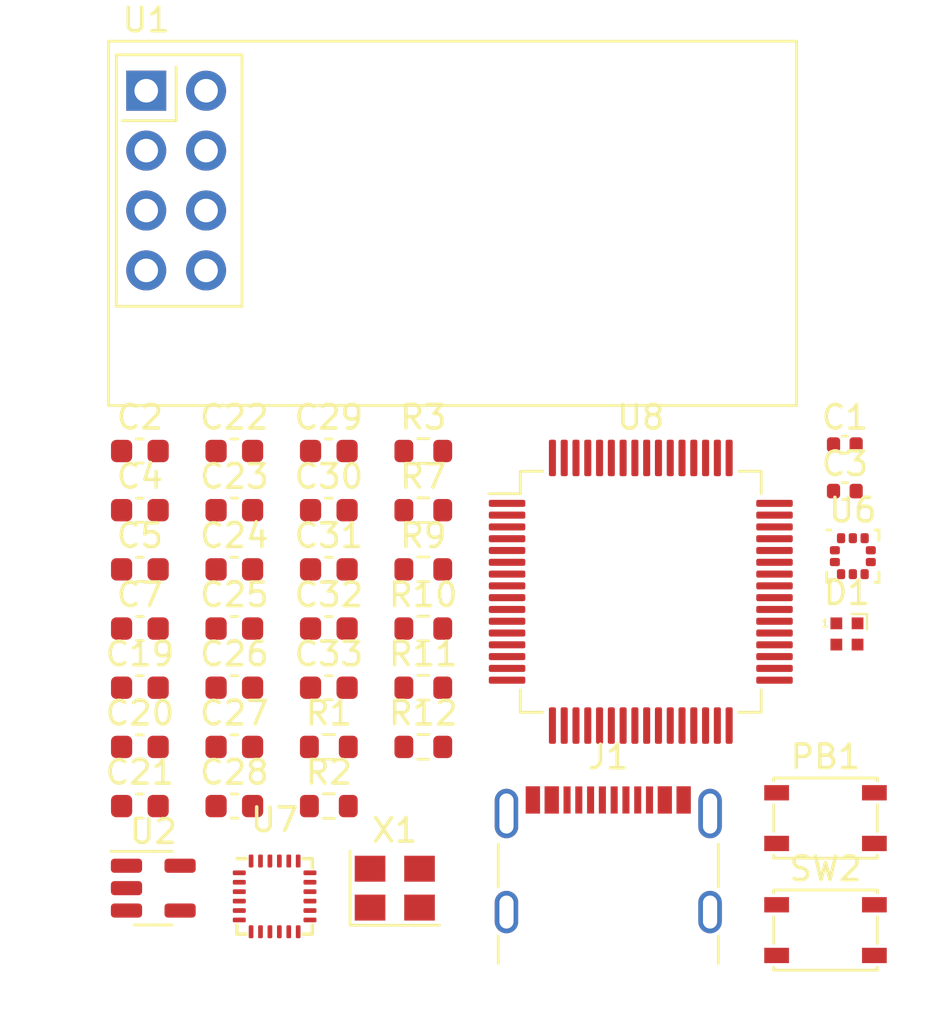
<source format=kicad_pcb>
(kicad_pcb (version 20221018) (generator pcbnew)
  (layers (0 "F.Cu" signal) (31 "B.Cu" signal) (34 "B.Paste" user) (35 "F.Paste" user) (36 "B.SilkS" user "B.Silkscreen") (37 "F.SilkS" user "F.Silkscreen") (38 "B.Mask" user) (39 "F.Mask" user) (44 "Edge.Cuts" user))
  (net 0 "")
  (net 1 "GND")
  (net 2 "/XOUT")
  (net 3 "+5V")
  (net 4 "/XIN")
  (net 5 "+3V3")
  (net 6 "VDD")
  (net 11 "VDDA")
  (net 12 "Net-(U6-VDD)")
  (net 13 "Net-(U7-REGOUT)")
  (net 14 "Net-(D1-RK)")
  (net 15 "Net-(D1-GK)")
  (net 16 "Net-(D1-BK)")
  (net 17 "Net-(J1-CC1)")
  (net 18 "/USB_P")
  (net 19 "/USB_N")
  (net 21 "Net-(J1-CC2)")
  (net 23 "Net-(J1-SHIELD)")
  (net 24 "Net-(PB1-Pad2)")
  (net 25 "Net-(R7-Pad2)")
  (net 26 "/GPIO8")
  (net 27 "/GPIO9")
  (net 28 "/GPIO10")
  (net 29 "/NRF_CE")
  (net 30 "/NF_~{CSN}")
  (net 31 "/SCK")
  (net 32 "/MOSI")
  (net 33 "/MISO")
  (net 34 "/NRF_IRQ")
  (net 36 "/SCL")
  (net 37 "/SDA")
  (net 38 "/INT_DRDY")
  (net 64 "/ADC0")
  (net 65 "/ADC1")
  (net 77 "/TIM8_CH1")
  (net 84 "/USP_N")
  (net 85 "/USP_P")
  (net 88 "/UART4_RX")
  (net 89 "/UART4_TX")
  (footprint "Package_TO_SOT_SMD:SOT-23-5" (layer "F.Cu") (at 142.595 107.445)
    (fp_text reference "U2" (at 0 -2.4) (layer "F.SilkS"))
    (fp_text value "LP2980IM5X-3.3")
    (fp_line (start 0 -1.56) (end -1.8 -1.56) (stroke (width 0.12)) (layer "F.SilkS"))
    (fp_line (start 0 -1.56) (end 0.8 -1.56) (stroke (width 0.12)) (layer "F.SilkS"))
    (fp_line (start 0 1.56) (end -0.8 1.56) (stroke (width 0.12)) (layer "F.SilkS"))
    (fp_line (start 0 1.56) (end 0.8 1.56) (stroke (width 0.12)) (layer "F.SilkS"))
    (pad "1" smd roundrect (at -1.1375 -0.95) (size 1.325 0.6) (layers "F.Cu" "F.Paste" "F.Mask") (net 3 "+5V"))
    (pad "2" smd roundrect (at -1.1375 0) (size 1.325 0.6) (layers "F.Cu" "F.Paste" "F.Mask") (net 1 "GND"))
    (pad "3" smd roundrect (at -1.1375 0.95) (size 1.325 0.6) (layers "F.Cu" "F.Paste" "F.Mask") (net 3 "+5V"))
    (pad "4" smd roundrect (at 1.1375 0.95) (size 1.325 0.6) (layers "F.Cu" "F.Paste" "F.Mask"))
    (pad "5" smd roundrect (at 1.1375 -0.95) (size 1.325 0.6) (layers "F.Cu" "F.Paste" "F.Mask") (net 5 "+3V3"))
  )
  (footprint "Resistor_SMD:R_0603_1608Metric" (layer "F.Cu") (at 154.055 101.455)
    (fp_text reference "R12" (at 0 -1.43) (layer "F.SilkS"))
    (fp_text value "2k2")
    (fp_line (start -0.237258 -0.5225) (end 0.237258 -0.5225) (stroke (width 0.12)) (layer "F.SilkS"))
    (fp_line (start -0.237258 0.5225) (end 0.237258 0.5225) (stroke (width 0.12)) (layer "F.SilkS"))
    (pad "1" smd roundrect (at -0.825 0) (size 0.8 0.95) (layers "F.Cu" "F.Paste" "F.Mask") (net 14 "Net-(D1-RK)"))
    (pad "2" smd roundrect (at 0.825 0) (size 0.8 0.95) (layers "F.Cu" "F.Paste" "F.Mask") (net 28 "/GPIO10"))
  )
  (footprint "Capacitor_SMD:C_0603_1608Metric" (layer "F.Cu") (at 150.045 96.435)
    (fp_text reference "C32" (at 0 -1.43) (layer "F.SilkS"))
    (fp_text value "100n")
    (fp_line (start -0.14058 -0.51) (end 0.14058 -0.51) (stroke (width 0.12)) (layer "F.SilkS"))
    (fp_line (start -0.14058 0.51) (end 0.14058 0.51) (stroke (width 0.12)) (layer "F.SilkS"))
    (pad "1" smd roundrect (at -0.775 0) (size 0.9 0.95) (layers "F.Cu" "F.Paste" "F.Mask") (net 12 "Net-(U6-VDD)"))
    (pad "2" smd roundrect (at 0.775 0) (size 0.9 0.95) (layers "F.Cu" "F.Paste" "F.Mask") (net 1 "GND"))
  )
  (footprint "Capacitor_SMD:C_0402_1005Metric" (layer "F.Cu") (at 171.945 90.605)
    (fp_text reference "C3" (at 0 -1.16) (layer "F.SilkS"))
    (fp_text value "15p")
    (fp_line (start -0.107836 -0.36) (end 0.107836 -0.36) (stroke (width 0.12)) (layer "F.SilkS"))
    (fp_line (start -0.107836 0.36) (end 0.107836 0.36) (stroke (width 0.12)) (layer "F.SilkS"))
    (pad "1" smd roundrect (at -0.48 0) (size 0.56 0.62) (layers "F.Cu" "F.Paste" "F.Mask") (net 1 "GND"))
    (pad "2" smd roundrect (at 0.48 0) (size 0.56 0.62) (layers "F.Cu" "F.Paste" "F.Mask") (net 4 "/XIN"))
  )
  (footprint "Resistor_SMD:R_0603_1608Metric" (layer "F.Cu") (at 150.045 103.965)
    (fp_text reference "R2" (at 0 -1.43) (layer "F.SilkS"))
    (fp_text value "5k1")
    (fp_line (start -0.237258 -0.5225) (end 0.237258 -0.5225) (stroke (width 0.12)) (layer "F.SilkS"))
    (fp_line (start -0.237258 0.5225) (end 0.237258 0.5225) (stroke (width 0.12)) (layer "F.SilkS"))
    (pad "1" smd roundrect (at -0.825 0) (size 0.8 0.95) (layers "F.Cu" "F.Paste" "F.Mask") (net 17 "Net-(J1-CC1)"))
    (pad "2" smd roundrect (at 0.825 0) (size 0.8 0.95) (layers "F.Cu" "F.Paste" "F.Mask") (net 1 "GND"))
  )
  (footprint "Capacitor_SMD:C_0603_1608Metric" (layer "F.Cu") (at 146.035 93.925)
    (fp_text reference "C24" (at 0 -1.43) (layer "F.SilkS"))
    (fp_text value "100n")
    (fp_line (start -0.14058 -0.51) (end 0.14058 -0.51) (stroke (width 0.12)) (layer "F.SilkS"))
    (fp_line (start -0.14058 0.51) (end 0.14058 0.51) (stroke (width 0.12)) (layer "F.SilkS"))
    (pad "1" smd roundrect (at -0.775 0) (size 0.9 0.95) (layers "F.Cu" "F.Paste" "F.Mask") (net 6 "VDD"))
    (pad "2" smd roundrect (at 0.775 0) (size 0.9 0.95) (layers "F.Cu" "F.Paste" "F.Mask") (net 1 "GND"))
  )
  (footprint "Capacitor_SMD:C_0402_1005Metric" (layer "F.Cu") (at 171.945 88.635)
    (fp_text reference "C1" (at 0 -1.16) (layer "F.SilkS"))
    (fp_text value "15p")
    (fp_line (start -0.107836 -0.36) (end 0.107836 -0.36) (stroke (width 0.12)) (layer "F.SilkS"))
    (fp_line (start -0.107836 0.36) (end 0.107836 0.36) (stroke (width 0.12)) (layer "F.SilkS"))
    (pad "1" smd roundrect (at -0.48 0) (size 0.56 0.62) (layers "F.Cu" "F.Paste" "F.Mask") (net 1 "GND"))
    (pad "2" smd roundrect (at 0.48 0) (size 0.56 0.62) (layers "F.Cu" "F.Paste" "F.Mask") (net 2 "/XOUT"))
  )
  (footprint "Resistor_SMD:R_0603_1608Metric" (layer "F.Cu") (at 154.055 98.945)
    (fp_text reference "R11" (at 0 -1.43) (layer "F.SilkS"))
    (fp_text value "2k2")
    (fp_line (start -0.237258 -0.5225) (end 0.237258 -0.5225) (stroke (width 0.12)) (layer "F.SilkS"))
    (fp_line (start -0.237258 0.5225) (end 0.237258 0.5225) (stroke (width 0.12)) (layer "F.SilkS"))
    (pad "1" smd roundrect (at -0.825 0) (size 0.8 0.95) (layers "F.Cu" "F.Paste" "F.Mask") (net 15 "Net-(D1-GK)"))
    (pad "2" smd roundrect (at 0.825 0) (size 0.8 0.95) (layers "F.Cu" "F.Paste" "F.Mask") (net 27 "/GPIO9"))
  )
  (footprint "Resistor_SMD:R_0603_1608Metric" (layer "F.Cu") (at 150.045 101.455)
    (fp_text reference "R1" (at 0 -1.43) (layer "F.SilkS"))
    (fp_text value "0")
    (fp_line (start -0.237258 -0.5225) (end 0.237258 -0.5225) (stroke (width 0.12)) (layer "F.SilkS"))
    (fp_line (start -0.237258 0.5225) (end 0.237258 0.5225) (stroke (width 0.12)) (layer "F.SilkS"))
    (pad "1" smd roundrect (at -0.825 0) (size 0.8 0.95) (layers "F.Cu" "F.Paste" "F.Mask") (net 23 "Net-(J1-SHIELD)"))
    (pad "2" smd roundrect (at 0.825 0) (size 0.8 0.95) (layers "F.Cu" "F.Paste" "F.Mask") (net 1 "GND"))
  )
  (footprint "Capacitor_SMD:C_0603_1608Metric" (layer "F.Cu") (at 142.025 96.435)
    (fp_text reference "C7" (at 0 -1.43) (layer "F.SilkS"))
    (fp_text value "4.7u")
    (fp_line (start -0.14058 -0.51) (end 0.14058 -0.51) (stroke (width 0.12)) (layer "F.SilkS"))
    (fp_line (start -0.14058 0.51) (end 0.14058 0.51) (stroke (width 0.12)) (layer "F.SilkS"))
    (pad "1" smd roundrect (at -0.775 0) (size 0.9 0.95) (layers "F.Cu" "F.Paste" "F.Mask") (net 6 "VDD"))
    (pad "2" smd roundrect (at 0.775 0) (size 0.9 0.95) (layers "F.Cu" "F.Paste" "F.Mask") (net 1 "GND"))
  )
  (footprint "Capacitor_SMD:C_0603_1608Metric" (layer "F.Cu") (at 142.025 91.415)
    (fp_text reference "C4" (at 0 -1.43) (layer "F.SilkS"))
    (fp_text value "1u")
    (fp_line (start -0.14058 -0.51) (end 0.14058 -0.51) (stroke (width 0.12)) (layer "F.SilkS"))
    (fp_line (start -0.14058 0.51) (end 0.14058 0.51) (stroke (width 0.12)) (layer "F.SilkS"))
    (pad "1" smd roundrect (at -0.775 0) (size 0.9 0.95) (layers "F.Cu" "F.Paste" "F.Mask") (net 1 "GND"))
    (pad "2" smd roundrect (at 0.775 0) (size 0.9 0.95) (layers "F.Cu" "F.Paste" "F.Mask") (net 5 "+3V3"))
  )
  (footprint "Oscillator:Oscillator_SMD_Abracon_ASE-4Pin_3.2x2.5mm" (layer "F.Cu") (at 152.845 107.445)
    (fp_text reference "X1" (at 0 -2.45) (layer "F.SilkS"))
    (fp_text value "ABM8G-12.000MHZ-B4Y-T")
    (fp_line (start -1.9 -1.575) (end -1.9 1.575) (stroke (width 0.12)) (layer "F.SilkS"))
    (fp_line (start -1.9 1.575) (end 1.9 1.575) (stroke (width 0.12)) (layer "F.SilkS"))
    (pad "1" smd rect (at -1.05 0.825) (size 1.3 1.1) (layers "F.Cu" "F.Paste" "F.Mask") (net 2 "/XOUT"))
    (pad "2" smd rect (at 1.05 0.825) (size 1.3 1.1) (layers "F.Cu" "F.Paste" "F.Mask") (net 1 "GND"))
    (pad "3" smd rect (at 1.05 -0.825) (size 1.3 1.1) (layers "F.Cu" "F.Paste" "F.Mask") (net 4 "/XIN"))
    (pad "4" smd rect (at -1.05 -0.825) (size 1.3 1.1) (layers "F.Cu" "F.Paste" "F.Mask") (net 1 "GND"))
  )
  (footprint "Connector_USB:USB_C_Receptacle_GCT_USB4105-xx-A_16P_TopMnt_Horizontal" (layer "F.Cu") (at 161.905 107.385)
    (fp_text reference "J1" (at 0 -5.5 unlocked) (layer "F.SilkS"))
    (fp_text value "USB_C_Receptacle_USB2.0")
    (fp_line (start -4.67 0) (end -4.67 -1.8) (stroke (width 0.12)) (layer "F.SilkS"))
    (fp_line (start -4.67 2.1) (end -4.67 3.25) (stroke (width 0.12)) (layer "F.SilkS"))
    (fp_line (start 4.67 0) (end 4.67 -1.8) (stroke (width 0.12)) (layer "F.SilkS"))
    (fp_line (start 4.67 2.1) (end 4.67 3.25) (stroke (width 0.12)) (layer "F.SilkS"))
    (pad "" np_thru_hole circle (at -2.89 -2.605) (size 0.65 0.65) (drill 0.65) (layers "F&B.Cu" "*.Mask"))
    (pad "" np_thru_hole circle (at 2.89 -2.605) (size 0.65 0.65) (drill 0.65) (layers "F&B.Cu" "*.Mask"))
    (pad "A1" smd rect (at -3.2 -3.68) (size 0.6 1.15) (layers "F.Cu" "F.Paste" "F.Mask") (net 1 "GND"))
    (pad "A4" smd rect (at -2.4 -3.68) (size 0.6 1.15) (layers "F.Cu" "F.Paste" "F.Mask") (net 3 "+5V"))
    (pad "A5" smd rect (at -1.25 -3.68) (size 0.3 1.15) (layers "F.Cu" "F.Paste" "F.Mask") (net 17 "Net-(J1-CC1)"))
    (pad "A6" smd rect (at -0.25 -3.68) (size 0.3 1.15) (layers "F.Cu" "F.Paste" "F.Mask") (net 18 "/USB_P"))
    (pad "A7" smd rect (at 0.25 -3.68) (size 0.3 1.15) (layers "F.Cu" "F.Paste" "F.Mask") (net 19 "/USB_N"))
    (pad "A8" smd rect (at 1.25 -3.68) (size 0.3 1.15) (layers "F.Cu" "F.Paste" "F.Mask"))
    (pad "A9" smd rect (at 2.4 -3.68) (size 0.6 1.15) (layers "F.Cu" "F.Paste" "F.Mask") (net 3 "+5V"))
    (pad "A12" smd rect (at 3.2 -3.68) (size 0.6 1.15) (layers "F.Cu" "F.Paste" "F.Mask") (net 1 "GND"))
    (pad "B1" smd rect (at 3.2 -3.68) (size 0.6 1.15) (layers "F.Cu" "F.Paste" "F.Mask") (net 1 "GND"))
    (pad "B4" smd rect (at 2.4 -3.68) (size 0.6 1.15) (layers "F.Cu" "F.Paste" "F.Mask") (net 3 "+5V"))
    (pad "B5" smd rect (at 1.75 -3.68) (size 0.3 1.15) (layers "F.Cu" "F.Paste" "F.Mask") (net 21 "Net-(J1-CC2)"))
    (pad "B6" smd rect (at 0.75 -3.68) (size 0.3 1.15) (layers "F.Cu" "F.Paste" "F.Mask") (net 18 "/USB_P"))
    (pad "B7" smd rect (at -0.75 -3.68) (size 0.3 1.15) (layers "F.Cu" "F.Paste" "F.Mask") (net 19 "/USB_N"))
    (pad "B8" smd rect (at -1.75 -3.68) (size 0.3 1.15) (layers "F.Cu" "F.Paste" "F.Mask"))
    (pad "B9" smd rect (at -2.4 -3.68) (size 0.6 1.15) (layers "F.Cu" "F.Paste" "F.Mask") (net 3 "+5V"))
    (pad "B12" smd rect (at -3.2 -3.68) (size 0.6 1.15) (layers "F.Cu" "F.Paste" "F.Mask") (net 1 "GND"))
    (pad "S1" thru_hole oval (at -4.32 -3.105) (size 1 2.1) (drill oval 0.6 1.7) (layers "*.Cu" "*.Mask" "F.Paste") (net 23 "Net-(J1-SHIELD)"))
    (pad "S1" thru_hole oval (at -4.32 1.075) (size 1 1.8) (drill oval 0.6 1.4) (layers "*.Cu" "*.Mask" "F.Paste") (net 23 "Net-(J1-SHIELD)"))
    (pad "S1" thru_hole oval (at 4.32 -3.105) (size 1 2.1) (drill oval 0.6 1.7) (layers "*.Cu" "*.Mask" "F.Paste") (net 23 "Net-(J1-SHIELD)"))
    (pad "S1" thru_hole oval (at 4.32 1.075) (size 1 1.8) (drill oval 0.6 1.4) (layers "*.Cu" "*.Mask" "F.Paste") (net 23 "Net-(J1-SHIELD)"))
  )
  (footprint "Capacitor_SMD:C_0603_1608Metric" (layer "F.Cu") (at 142.025 101.455)
    (fp_text reference "C20" (at 0 -1.43) (layer "F.SilkS"))
    (fp_text value "100n")
    (fp_line (start -0.14058 -0.51) (end 0.14058 -0.51) (stroke (width 0.12)) (layer "F.SilkS"))
    (fp_line (start -0.14058 0.51) (end 0.14058 0.51) (stroke (width 0.12)) (layer "F.SilkS"))
    (pad "1" smd roundrect (at -0.775 0) (size 0.9 0.95) (layers "F.Cu" "F.Paste" "F.Mask"))
    (pad "2" smd roundrect (at 0.775 0) (size 0.9 0.95) (layers "F.Cu" "F.Paste" "F.Mask") (net 1 "GND"))
  )
  (footprint "Capacitor_SMD:C_0603_1608Metric" (layer "F.Cu") (at 142.025 88.905)
    (fp_text reference "C2" (at 0 -1.43) (layer "F.SilkS"))
    (fp_text value "1u")
    (fp_line (start -0.14058 -0.51) (end 0.14058 -0.51) (stroke (width 0.12)) (layer "F.SilkS"))
    (fp_line (start -0.14058 0.51) (end 0.14058 0.51) (stroke (width 0.12)) (layer "F.SilkS"))
    (pad "1" smd roundrect (at -0.775 0) (size 0.9 0.95) (layers "F.Cu" "F.Paste" "F.Mask") (net 1 "GND"))
    (pad "2" smd roundrect (at 0.775 0) (size 0.9 0.95) (layers "F.Cu" "F.Paste" "F.Mask") (net 3 "+5V"))
  )
  (footprint "Capacitor_SMD:C_0603_1608Metric" (layer "F.Cu") (at 146.035 96.435)
    (fp_text reference "C25" (at 0 -1.43) (layer "F.SilkS"))
    (fp_text value "100n")
    (fp_line (start -0.14058 -0.51) (end 0.14058 -0.51) (stroke (width 0.12)) (layer "F.SilkS"))
    (fp_line (start -0.14058 0.51) (end 0.14058 0.51) (stroke (width 0.12)) (layer "F.SilkS"))
    (pad "1" smd roundrect (at -0.775 0) (size 0.9 0.95) (layers "F.Cu" "F.Paste" "F.Mask") (net 6 "VDD"))
    (pad "2" smd roundrect (at 0.775 0) (size 0.9 0.95) (layers "F.Cu" "F.Paste" "F.Mask") (net 1 "GND"))
  )
  (footprint "Package_QFP:LQFP-64_10x10mm_P0.5mm" (layer "F.Cu") (at 163.285 94.875)
    (fp_text reference "U8" (at 0 -7.4) (layer "F.SilkS"))
    (fp_text value "STM32G431RBTx")
    (fp_line (start -5.11 -5.11) (end -5.11 -4.16) (stroke (width 0.12)) (layer "F.SilkS"))
    (fp_line (start -5.11 -4.16) (end -6.45 -4.16) (stroke (width 0.12)) (layer "F.SilkS"))
    (fp_line (start -5.11 5.11) (end -5.11 4.16) (stroke (width 0.12)) (layer "F.SilkS"))
    (fp_line (start -4.16 -5.11) (end -5.11 -5.11) (stroke (width 0.12)) (layer "F.SilkS"))
    (fp_line (start -4.16 5.11) (end -5.11 5.11) (stroke (width 0.12)) (layer "F.SilkS"))
    (fp_line (start 4.16 -5.11) (end 5.11 -5.11) (stroke (width 0.12)) (layer "F.SilkS"))
    (fp_line (start 4.16 5.11) (end 5.11 5.11) (stroke (width 0.12)) (layer "F.SilkS"))
    (fp_line (start 5.11 -5.11) (end 5.11 -4.16) (stroke (width 0.12)) (layer "F.SilkS"))
    (fp_line (start 5.11 5.11) (end 5.11 4.16) (stroke (width 0.12)) (layer "F.SilkS"))
    (pad "1" smd roundrect (at -5.675 -3.75) (size 1.55 0.3) (layers "F.Cu" "F.Paste" "F.Mask"))
    (pad "2" smd roundrect (at -5.675 -3.25) (size 1.55 0.3) (layers "F.Cu" "F.Paste" "F.Mask"))
    (pad "3" smd roundrect (at -5.675 -2.75) (size 1.55 0.3) (layers "F.Cu" "F.Paste" "F.Mask"))
    (pad "4" smd roundrect (at -5.675 -2.25) (size 1.55 0.3) (layers "F.Cu" "F.Paste" "F.Mask"))
    (pad "5" smd roundrect (at -5.675 -1.75) (size 1.55 0.3) (layers "F.Cu" "F.Paste" "F.Mask") (net 4 "/XIN"))
    (pad "6" smd roundrect (at -5.675 -1.25) (size 1.55 0.3) (layers "F.Cu" "F.Paste" "F.Mask") (net 2 "/XOUT"))
    (pad "7" smd roundrect (at -5.675 -0.75) (size 1.55 0.3) (layers "F.Cu" "F.Paste" "F.Mask"))
    (pad "8" smd roundrect (at -5.675 -0.25) (size 1.55 0.3) (layers "F.Cu" "F.Paste" "F.Mask"))
    (pad "9" smd roundrect (at -5.675 0.25) (size 1.55 0.3) (layers "F.Cu" "F.Paste" "F.Mask"))
    (pad "10" smd roundrect (at -5.675 0.75) (size 1.55 0.3) (layers "F.Cu" "F.Paste" "F.Mask"))
    (pad "11" smd roundrect (at -5.675 1.25) (size 1.55 0.3) (layers "F.Cu" "F.Paste" "F.Mask"))
    (pad "12" smd roundrect (at -5.675 1.75) (size 1.55 0.3) (layers "F.Cu" "F.Paste" "F.Mask") (net 64 "/ADC0"))
    (pad "13" smd roundrect (at -5.675 2.25) (size 1.55 0.3) (layers "F.Cu" "F.Paste" "F.Mask") (net 65 "/ADC1"))
    (pad "14" smd roundrect (at -5.675 2.75) (size 1.55 0.3) (layers "F.Cu" "F.Paste" "F.Mask"))
    (pad "15" smd roundrect (at -5.675 3.25) (size 1.55 0.3) (layers "F.Cu" "F.Paste" "F.Mask") (net 1 "GND"))
    (pad "16" smd roundrect (at -5.675 3.75) (size 1.55 0.3) (layers "F.Cu" "F.Paste" "F.Mask") (net 6 "VDD"))
    (pad "17" smd roundrect (at -3.75 5.675) (size 0.3 1.55) (layers "F.Cu" "F.Paste" "F.Mask"))
    (pad "18" smd roundrect (at -3.25 5.675) (size 0.3 1.55) (layers "F.Cu" "F.Paste" "F.Mask"))
    (pad "19" smd roundrect (at -2.75 5.675) (size 0.3 1.55) (layers "F.Cu" "F.Paste" "F.Mask"))
    (pad "20" smd roundrect (at -2.25 5.675) (size 0.3 1.55) (layers "F.Cu" "F.Paste" "F.Mask"))
    (pad "21" smd roundrect (at -1.75 5.675) (size 0.3 1.55) (layers "F.Cu" "F.Paste" "F.Mask"))
    (pad "22" smd roundrect (at -1.25 5.675) (size 0.3 1.55) (layers "F.Cu" "F.Paste" "F.Mask"))
    (pad "23" smd roundrect (at -0.75 5.675) (size 0.3 1.55) (layers "F.Cu" "F.Paste" "F.Mask"))
    (pad "24" smd roundrect (at -0.25 5.675) (size 0.3 1.55) (layers "F.Cu" "F.Paste" "F.Mask"))
    (pad "25" smd roundrect (at 0.25 5.675) (size 0.3 1.55) (layers "F.Cu" "F.Paste" "F.Mask"))
    (pad "26" smd roundrect (at 0.75 5.675) (size 0.3 1.55) (layers "F.Cu" "F.Paste" "F.Mask"))
    (pad "27" smd roundrect (at 1.25 5.675) (size 0.3 1.55) (layers "F.Cu" "F.Paste" "F.Mask") (net 1 "GND"))
    (pad "28" smd roundrect (at 1.75 5.675) (size 0.3 1.55) (layers "F.Cu" "F.Paste" "F.Mask") (net 11 "VDDA"))
    (pad "29" smd roundrect (at 2.25 5.675) (size 0.3 1.55) (layers "F.Cu" "F.Paste" "F.Mask") (net 11 "VDDA"))
    (pad "30" smd roundrect (at 2.75 5.675) (size 0.3 1.55) (layers "F.Cu" "F.Paste" "F.Mask") (net 34 "/NRF_IRQ"))
    (pad "31" smd roundrect (at 3.25 5.675) (size 0.3 1.55) (layers "F.Cu" "F.Paste" "F.Mask") (net 1 "GND"))
    (pad "32" smd roundrect (at 3.75 5.675) (size 0.3 1.55) (layers "F.Cu" "F.Paste" "F.Mask") (net 6 "VDD"))
    (pad "33" smd roundrect (at 5.675 3.75) (size 1.55 0.3) (layers "F.Cu" "F.Paste" "F.Mask") (net 30 "/NF_~{CSN}"))
    (pad "34" smd roundrect (at 5.675 3.25) (size 1.55 0.3) (layers "F.Cu" "F.Paste" "F.Mask") (net 29 "/NRF_CE"))
    (pad "35" smd roundrect (at 5.675 2.75) (size 1.55 0.3) (layers "F.Cu" "F.Paste" "F.Mask") (net 31 "/SCK"))
    (pad "36" smd roundrect (at 5.675 2.25) (size 1.55 0.3) (layers "F.Cu" "F.Paste" "F.Mask") (net 33 "/MISO"))
    (pad "37" smd roundrect (at 5.675 1.75) (size 1.55 0.3) (layers "F.Cu" "F.Paste" "F.Mask") (net 32 "/MOSI"))
    (pad "38" smd roundrect (at 5.675 1.25) (size 1.55 0.3) (layers "F.Cu" "F.Paste" "F.Mask") (net 77 "/TIM8_CH1"))
    (pad "39" smd roundrect (at 5.675 0.75) (size 1.55 0.3) (layers "F.Cu" "F.Paste" "F.Mask"))
    (pad "40" smd roundrect (at 5.675 0.25) (size 1.55 0.3) (layers "F.Cu" "F.Paste" "F.Mask"))
    (pad "41" smd roundrect (at 5.675 -0.25) (size 1.55 0.3) (layers "F.Cu" "F.Paste" "F.Mask"))
    (pad "42" smd roundrect (at 5.675 -0.75) (size 1.55 0.3) (layers "F.Cu" "F.Paste" "F.Mask"))
    (pad "43" smd roundrect (at 5.675 -1.25) (size 1.55 0.3) (layers "F.Cu" "F.Paste" "F.Mask"))
    (pad "44" smd roundrect (at 5.675 -1.75) (size 1.55 0.3) (layers "F.Cu" "F.Paste" "F.Mask"))
    (pad "45" smd roundrect (at 5.675 -2.25) (size 1.55 0.3) (layers "F.Cu" "F.Paste" "F.Mask") (net 84 "/USP_N"))
    (pad "46" smd roundrect (at 5.675 -2.75) (size 1.55 0.3) (layers "F.Cu" "F.Paste" "F.Mask") (net 85 "/USP_P"))
    (pad "47" smd roundrect (at 5.675 -3.25) (size 1.55 0.3) (layers "F.Cu" "F.Paste" "F.Mask") (net 1 "GND"))
    (pad "48" smd roundrect (at 5.675 -3.75) (size 1.55 0.3) (layers "F.Cu" "F.Paste" "F.Mask") (net 6 "VDD"))
    (pad "49" smd roundrect (at 3.75 -5.675) (size 0.3 1.55) (layers "F.Cu" "F.Paste" "F.Mask") (net 36 "/SCL"))
    (pad "50" smd roundrect (at 3.25 -5.675) (size 0.3 1.55) (layers "F.Cu" "F.Paste" "F.Mask") (net 37 "/SDA"))
    (pad "51" smd roundrect (at 2.75 -5.675) (size 0.3 1.55) (layers "F.Cu" "F.Paste" "F.Mask"))
    (pad "52" smd roundrect (at 2.25 -5.675) (size 0.3 1.55) (layers "F.Cu" "F.Paste" "F.Mask"))
    (pad "53" smd roundrect (at 1.75 -5.675) (size 0.3 1.55) (layers "F.Cu" "F.Paste" "F.Mask") (net 88 "/UART4_RX"))
    (pad "54" smd roundrect (at 1.25 -5.675) (size 0.3 1.55) (layers "F.Cu" "F.Paste" "F.Mask") (net 89 "/UART4_TX"))
    (pad "55" smd roundrect (at 0.75 -5.675) (size 0.3 1.55) (layers "F.Cu" "F.Paste" "F.Mask"))
    (pad "56" smd roundrect (at 0.25 -5.675) (size 0.3 1.55) (layers "F.Cu" "F.Paste" "F.Mask"))
    (pad "57" smd roundrect (at -0.25 -5.675) (size 0.3 1.55) (layers "F.Cu" "F.Paste" "F.Mask"))
    (pad "58" smd roundrect (at -0.75 -5.675) (size 0.3 1.55) (layers "F.Cu" "F.Paste" "F.Mask"))
    (pad "59" smd roundrect (at -1.25 -5.675) (size 0.3 1.55) (layers "F.Cu" "F.Paste" "F.Mask"))
    (pad "60" smd roundrect (at -1.75 -5.675) (size 0.3 1.55) (layers "F.Cu" "F.Paste" "F.Mask"))
    (pad "61" smd roundrect (at -2.25 -5.675) (size 0.3 1.55) (layers "F.Cu" "F.Paste" "F.Mask"))
    (pad "62" smd roundrect (at -2.75 -5.675) (size 0.3 1.55) (layers "F.Cu" "F.Paste" "F.Mask"))
    (pad "63" smd roundrect (at -3.25 -5.675) (size 0.3 1.55) (layers "F.Cu" "F.Paste" "F.Mask") (net 1 "GND"))
    (pad "64" smd roundrect (at -3.75 -5.675) (size 0.3 1.55) (layers "F.Cu" "F.Paste" "F.Mask") (net 6 "VDD"))
  )
  (footprint "Capacitor_SMD:C_0603_1608Metric" (layer "F.Cu") (at 142.025 98.945)
    (fp_text reference "C19" (at 0 -1.43) (layer "F.SilkS"))
    (fp_text value "2.2n")
    (fp_line (start -0.14058 -0.51) (end 0.14058 -0.51) (stroke (width 0.12)) (layer "F.SilkS"))
    (fp_line (start -0.14058 0.51) (end 0.14058 0.51) (stroke (width 0.12)) (layer "F.SilkS"))
    (pad "1" smd roundrect (at -0.775 0) (size 0.9 0.95) (layers "F.Cu" "F.Paste" "F.Mask"))
    (pad "2" smd roundrect (at 0.775 0) (size 0.9 0.95) (layers "F.Cu" "F.Paste" "F.Mask") (net 1 "GND"))
  )
  (footprint "RF_Module:nRF24L01_Breakout" (layer "F.Cu") (at 142.295 73.625)
    (fp_text reference "U1" (at 0 -3) (layer "F.SilkS"))
    (fp_text value "NRF24L01_Breakout")
    (fp_line (start -1.6 -2.1) (end -1.6 -2.1) (stroke (width 0.12)) (layer "F.SilkS"))
    (fp_line (start -1.6 -2.1) (end 27.6 -2.1) (stroke (width 0.12)) (layer "F.SilkS"))
    (fp_line (start -1.6 13.35) (end -1.6 -2.1) (stroke (width 0.12)) (layer "F.SilkS"))
    (fp_line (start -1.27 -1.524) (end -1.27 -1.524) (stroke (width 0.12)) (layer "F.SilkS"))
    (fp_line (start -1.27 -1.524) (end 4.064 -1.524) (stroke (width 0.12)) (layer "F.SilkS"))
    (fp_line (start -1.27 9.144) (end -1.27 -1.524) (stroke (width 0.12)) (layer "F.SilkS"))
    (fp_line (start -1.27 9.144) (end -1.27 9.144) (stroke (width 0.12)) (layer "F.SilkS"))
    (fp_line (start -1.016 1.27) (end -1.016 1.27) (stroke (width 0.12)) (layer "F.SilkS"))
    (fp_line (start 1.27 -1.016) (end 1.27 1.27) (stroke (width 0.12)) (layer "F.SilkS"))
    (fp_line (start 1.27 1.27) (end -1.016 1.27) (stroke (width 0.12)) (layer "F.SilkS"))
    (fp_line (start 4.064 -1.524) (end 4.064 9.144) (stroke (width 0.12)) (layer "F.SilkS"))
    (fp_line (start 4.064 9.144) (end -1.27 9.144) (stroke (width 0.12)) (layer "F.SilkS"))
    (fp_line (start 27.6 -2.1) (end 27.6 13.35) (stroke (width 0.12)) (layer "F.SilkS"))
    (fp_line (start 27.6 13.35) (end -1.6 13.35) (stroke (width 0.12)) (layer "F.SilkS"))
    (pad "1" thru_hole rect (at 0 0) (size 1.7 1.7) (drill 1) (layers "*.Cu" "*.Mask") (net 1 "GND"))
    (pad "2" thru_hole circle (at 2.54 0) (size 1.7 1.7) (drill 1) (layers "*.Cu" "*.Mask") (net 6 "VDD"))
    (pad "3" thru_hole circle (at 0 2.54) (size 1.7 1.7) (drill 1) (layers "*.Cu" "*.Mask") (net 29 "/NRF_CE"))
    (pad "4" thru_hole circle (at 2.54 2.54) (size 1.7 1.7) (drill 1) (layers "*.Cu" "*.Mask") (net 30 "/NF_~{CSN}"))
    (pad "5" thru_hole circle (at 0 5.08) (size 1.7 1.7) (drill 1) (layers "*.Cu" "*.Mask") (net 31 "/SCK"))
    (pad "6" thru_hole circle (at 2.54 5.08) (size 1.7 1.7) (drill 1) (layers "*.Cu" "*.Mask") (net 32 "/MOSI"))
    (pad "7" thru_hole circle (at 0 7.62) (size 1.7 1.7) (drill 1) (layers "*.Cu" "*.Mask") (net 33 "/MISO"))
    (pad "8" thru_hole circle (at 2.54 7.62) (size 1.7 1.7) (drill 1) (layers "*.Cu" "*.Mask") (net 34 "/NRF_IRQ"))
  )
  (footprint "Capacitor_SMD:C_0603_1608Metric" (layer "F.Cu") (at 150.045 93.925)
    (fp_text reference "C31" (at 0 -1.43) (layer "F.SilkS"))
    (fp_text value "100n")
    (fp_line (start -0.14058 -0.51) (end 0.14058 -0.51) (stroke (width 0.12)) (layer "F.SilkS"))
    (fp_line (start -0.14058 0.51) (end 0.14058 0.51) (stroke (width 0.12)) (layer "F.SilkS"))
    (pad "1" smd roundrect (at -0.775 0) (size 0.9 0.95) (layers "F.Cu" "F.Paste" "F.Mask") (net 11 "VDDA"))
    (pad "2" smd roundrect (at 0.775 0) (size 0.9 0.95) (layers "F.Cu" "F.Paste" "F.Mask") (net 1 "GND"))
  )
  (footprint "Resistor_SMD:R_0603_1608Metric" (layer "F.Cu") (at 154.055 93.925)
    (fp_text reference "R9" (at 0 -1.43) (layer "F.SilkS"))
    (fp_text value "2k2")
    (fp_line (start -0.237258 -0.5225) (end 0.237258 -0.5225) (stroke (width 0.12)) (layer "F.SilkS"))
    (fp_line (start -0.237258 0.5225) (end 0.237258 0.5225) (stroke (width 0.12)) (layer "F.SilkS"))
    (pad "1" smd roundrect (at -0.825 0) (size 0.8 0.95) (layers "F.Cu" "F.Paste" "F.Mask") (net 16 "Net-(D1-BK)"))
    (pad "2" smd roundrect (at 0.825 0) (size 0.8 0.95) (layers "F.Cu" "F.Paste" "F.Mask") (net 26 "/GPIO8"))
  )
  (footprint "Capacitor_SMD:C_0603_1608Metric" (layer "F.Cu") (at 142.025 103.965)
    (fp_text reference "C21" (at 0 -1.43) (layer "F.SilkS"))
    (fp_text value "10n")
    (fp_line (start -0.14058 -0.51) (end 0.14058 -0.51) (stroke (width 0.12)) (layer "F.SilkS"))
    (fp_line (start -0.14058 0.51) (end 0.14058 0.51) (stroke (width 0.12)) (layer "F.SilkS"))
    (pad "1" smd roundrect (at -0.775 0) (size 0.9 0.95) (layers "F.Cu" "F.Paste" "F.Mask") (net 1 "GND"))
    (pad "2" smd roundrect (at 0.775 0) (size 0.9 0.95) (layers "F.Cu" "F.Paste" "F.Mask"))
  )
  (footprint "Capacitor_SMD:C_0603_1608Metric" (layer "F.Cu") (at 146.035 101.455)
    (fp_text reference "C27" (at 0 -1.43) (layer "F.SilkS"))
    (fp_text value "100n")
    (fp_line (start -0.14058 -0.51) (end 0.14058 -0.51) (stroke (width 0.12)) (layer "F.SilkS"))
    (fp_line (start -0.14058 0.51) (end 0.14058 0.51) (stroke (width 0.12)) (layer "F.SilkS"))
    (pad "1" smd roundrect (at -0.775 0) (size 0.9 0.95) (layers "F.Cu" "F.Paste" "F.Mask") (net 6 "VDD"))
    (pad "2" smd roundrect (at 0.775 0) (size 0.9 0.95) (layers "F.Cu" "F.Paste" "F.Mask") (net 1 "GND"))
  )
  (footprint "Capacitor_SMD:C_0603_1608Metric" (layer "F.Cu") (at 146.035 91.415)
    (fp_text reference "C23" (at 0 -1.43) (layer "F.SilkS"))
    (fp_text value "100n")
    (fp_line (start -0.14058 -0.51) (end 0.14058 -0.51) (stroke (width 0.12)) (layer "F.SilkS"))
    (fp_line (start -0.14058 0.51) (end 0.14058 0.51) (stroke (width 0.12)) (layer "F.SilkS"))
    (pad "1" smd roundrect (at -0.775 0) (size 0.9 0.95) (layers "F.Cu" "F.Paste" "F.Mask") (net 6 "VDD"))
    (pad "2" smd roundrect (at 0.775 0) (size 0.9 0.95) (layers "F.Cu" "F.Paste" "F.Mask") (net 1 "GND"))
  )
  (footprint "Button_Switch_SMD:SW_SPST_PTS810" (layer "F.Cu") (at 171.125 109.225)
    (fp_text reference "SW2" (at 0 -2.6) (layer "F.SilkS"))
    (fp_text value "SW_Push")
    (fp_line (start -2.2 -1.7) (end -2.2 -1.58) (stroke (width 0.12)) (layer "F.SilkS"))
    (fp_line (start -2.2 -0.57) (end -2.2 0.57) (stroke (width 0.12)) (layer "F.SilkS"))
    (fp_line (start -2.2 1.58) (end -2.2 1.7) (stroke (width 0.12)) (layer "F.SilkS"))
    (fp_line (start -2.2 1.7) (end 2.2 1.7) (stroke (width 0.12)) (layer "F.SilkS"))
    (fp_line (start 2.2 -1.7) (end -2.2 -1.7) (stroke (width 0.12)) (layer "F.SilkS"))
    (fp_line (start 2.2 -1.58) (end 2.2 -1.7) (stroke (width 0.12)) (layer "F.SilkS"))
    (fp_line (start 2.2 0.57) (end 2.2 -0.57) (stroke (width 0.12)) (layer "F.SilkS"))
    (fp_line (start 2.2 1.7) (end 2.2 1.58) (stroke (width 0.12)) (layer "F.SilkS"))
    (pad "1" smd rect (at -2.075 -1.075) (size 1.05 0.65) (layers "F.Cu" "F.Paste" "F.Mask") (net 1 "GND"))
    (pad "1" smd rect (at 2.075 -1.075) (size 1.05 0.65) (layers "F.Cu" "F.Paste" "F.Mask") (net 1 "GND"))
    (pad "2" smd rect (at -2.075 1.075) (size 1.05 0.65) (layers "F.Cu" "F.Paste" "F.Mask") (net 25 "Net-(R7-Pad2)"))
    (pad "2" smd rect (at 2.075 1.075) (size 1.05 0.65) (layers "F.Cu" "F.Paste" "F.Mask") (net 25 "Net-(R7-Pad2)"))
  )
  (footprint "Resistor_SMD:R_0603_1608Metric" (layer "F.Cu") (at 154.055 91.415)
    (fp_text reference "R7" (at 0 -1.43) (layer "F.SilkS"))
    (fp_text value "10k")
    (fp_line (start -0.237258 -0.5225) (end 0.237258 -0.5225) (stroke (width 0.12)) (layer "F.SilkS"))
    (fp_line (start -0.237258 0.5225) (end 0.237258 0.5225) (stroke (width 0.12)) (layer "F.SilkS"))
    (pad "1" smd roundrect (at -0.825 0) (size 0.8 0.95) (layers "F.Cu" "F.Paste" "F.Mask") (net 5 "+3V3"))
    (pad "2" smd roundrect (at 0.825 0) (size 0.8 0.95) (layers "F.Cu" "F.Paste" "F.Mask") (net 25 "Net-(R7-Pad2)"))
  )
  (footprint "Capacitor_SMD:C_0603_1608Metric" (layer "F.Cu") (at 146.035 88.905)
    (fp_text reference "C22" (at 0 -1.43) (layer "F.SilkS"))
    (fp_text value "100n")
    (fp_line (start -0.14058 -0.51) (end 0.14058 -0.51) (stroke (width 0.12)) (layer "F.SilkS"))
    (fp_line (start -0.14058 0.51) (end 0.14058 0.51) (stroke (width 0.12)) (layer "F.SilkS"))
    (pad "1" smd roundrect (at -0.775 0) (size 0.9 0.95) (layers "F.Cu" "F.Paste" "F.Mask"))
    (pad "2" smd roundrect (at 0.775 0) (size 0.9 0.95) (layers "F.Cu" "F.Paste" "F.Mask") (net 1 "GND"))
  )
  (footprint "Button_Switch_SMD:SW_SPST_PTS810" (layer "F.Cu") (at 171.125 104.475)
    (fp_text reference "PB1" (at 0 -2.6) (layer "F.SilkS"))
    (fp_text value "SW_Push")
    (fp_line (start -2.2 -1.7) (end -2.2 -1.58) (stroke (width 0.12)) (layer "F.SilkS"))
    (fp_line (start -2.2 -0.57) (end -2.2 0.57) (stroke (width 0.12)) (layer "F.SilkS"))
    (fp_line (start -2.2 1.58) (end -2.2 1.7) (stroke (width 0.12)) (layer "F.SilkS"))
    (fp_line (start -2.2 1.7) (end 2.2 1.7) (stroke (width 0.12)) (layer "F.SilkS"))
    (fp_line (start 2.2 -1.7) (end -2.2 -1.7) (stroke (width 0.12)) (layer "F.SilkS"))
    (fp_line (start 2.2 -1.58) (end 2.2 -1.7) (stroke (width 0.12)) (layer "F.SilkS"))
    (fp_line (start 2.2 0.57) (end 2.2 -0.57) (stroke (width 0.12)) (layer "F.SilkS"))
    (fp_line (start 2.2 1.7) (end 2.2 1.58) (stroke (width 0.12)) (layer "F.SilkS"))
    (pad "1" smd rect (at -2.075 -1.075) (size 1.05 0.65) (layers "F.Cu" "F.Paste" "F.Mask") (net 1 "GND"))
    (pad "1" smd rect (at 2.075 -1.075) (size 1.05 0.65) (layers "F.Cu" "F.Paste" "F.Mask") (net 1 "GND"))
    (pad "2" smd rect (at -2.075 1.075) (size 1.05 0.65) (layers "F.Cu" "F.Paste" "F.Mask") (net 24 "Net-(PB1-Pad2)"))
    (pad "2" smd rect (at 2.075 1.075) (size 1.05 0.65) (layers "F.Cu" "F.Paste" "F.Mask") (net 24 "Net-(PB1-Pad2)"))
  )
  (footprint "Capacitor_SMD:C_0603_1608Metric" (layer "F.Cu") (at 142.025 93.925)
    (fp_text reference "C5" (at 0 -1.43) (layer "F.SilkS"))
    (fp_text value "10u")
    (fp_line (start -0.14058 -0.51) (end 0.14058 -0.51) (stroke (width 0.12)) (layer "F.SilkS"))
    (fp_line (start -0.14058 0.51) (end 0.14058 0.51) (stroke (width 0.12)) (layer "F.SilkS"))
    (pad "1" smd roundrect (at -0.775 0) (size 0.9 0.95) (layers "F.Cu" "F.Paste" "F.Mask") (net 3 "+5V"))
    (pad "2" smd roundrect (at 0.775 0) (size 0.9 0.95) (layers "F.Cu" "F.Paste" "F.Mask") (net 1 "GND"))
  )
  (footprint "Package_LGA:ST_HLGA-10_2x2mm_P0.5mm_LayoutBorder3x2y" (layer "F.Cu") (at 172.285 93.365)
    (fp_text reference "U6" (at 0 -1.95) (layer "F.SilkS"))
    (fp_text value "LPS22HB")
    (fp_line (start -1.11 1.11) (end -1.11 0.685) (stroke (width 0.12)) (layer "F.SilkS"))
    (fp_line (start -0.935 -1.11) (end -1.11 -1.11) (stroke (width 0.12)) (layer "F.SilkS"))
    (fp_line (start -0.935 1.11) (end -1.11 1.11) (stroke (width 0.12)) (layer "F.SilkS"))
    (fp_line (start 0.935 -1.11) (end 1.11 -1.11) (stroke (width 0.12)) (layer "F.SilkS"))
    (fp_line (start 0.935 1.11) (end 1.11 1.11) (stroke (width 0.12)) (layer "F.SilkS"))
    (fp_line (start 1.11 -1.11) (end 1.11 -0.685) (stroke (width 0.12)) (layer "F.SilkS"))
    (fp_line (start 1.11 1.11) (end 1.11 0.685) (stroke (width 0.12)) (layer "F.SilkS"))
    (pad "1" smd roundrect (at -0.7625 -0.25) (size 0.425 0.35) (layers "F.Cu" "F.Paste" "F.Mask") (net 6 "VDD"))
    (pad "2" smd roundrect (at -0.7625 0.25) (size 0.425 0.35) (layers "F.Cu" "F.Paste" "F.Mask") (net 36 "/SCL"))
    (pad "3" smd roundrect (at -0.5 0.7625) (size 0.35 0.425) (layers "F.Cu" "F.Paste" "F.Mask") (net 1 "GND"))
    (pad "4" smd roundrect (at 0 0.7625) (size 0.35 0.425) (layers "F.Cu" "F.Paste" "F.Mask") (net 37 "/SDA"))
    (pad "5" smd roundrect (at 0.5 0.7625) (size 0.35 0.425) (layers "F.Cu" "F.Paste" "F.Mask") (net 1 "GND"))
    (pad "6" smd roundrect (at 0.7625 0.25) (size 0.425 0.35) (layers "F.Cu" "F.Paste" "F.Mask") (net 6 "VDD"))
    (pad "7" smd roundrect (at 0.7625 -0.25) (size 0.425 0.35) (layers "F.Cu" "F.Paste" "F.Mask") (net 38 "/INT_DRDY"))
    (pad "8" smd roundrect (at 0.5 -0.7625) (size 0.35 0.425) (layers "F.Cu" "F.Paste" "F.Mask") (net 1 "GND"))
    (pad "9" smd roundrect (at 0 -0.7625) (size 0.35 0.425) (layers "F.Cu" "F.Paste" "F.Mask") (net 1 "GND"))
    (pad "10" smd roundrect (at -0.5 -0.7625) (size 0.35 0.425) (layers "F.Cu" "F.Paste" "F.Mask") (net 12 "Net-(U6-VDD)"))
  )
  (footprint "Capacitor_SMD:C_0603_1608Metric" (layer "F.Cu") (at 150.045 91.415)
    (fp_text reference "C30" (at 0 -1.43) (layer "F.SilkS"))
    (fp_text value "1u")
    (fp_line (start -0.14058 -0.51) (end 0.14058 -0.51) (stroke (width 0.12)) (layer "F.SilkS"))
    (fp_line (start -0.14058 0.51) (end 0.14058 0.51) (stroke (width 0.12)) (layer "F.SilkS"))
    (pad "1" smd roundrect (at -0.775 0) (size 0.9 0.95) (layers "F.Cu" "F.Paste" "F.Mask") (net 11 "VDDA"))
    (pad "2" smd roundrect (at 0.775 0) (size 0.9 0.95) (layers "F.Cu" "F.Paste" "F.Mask") (net 1 "GND"))
  )
  (footprint "Capacitor_SMD:C_0603_1608Metric" (layer "F.Cu") (at 150.045 88.905)
    (fp_text reference "C29" (at 0 -1.43) (layer "F.SilkS"))
    (fp_text value "10n")
    (fp_line (start -0.14058 -0.51) (end 0.14058 -0.51) (stroke (width 0.12)) (layer "F.SilkS"))
    (fp_line (start -0.14058 0.51) (end 0.14058 0.51) (stroke (width 0.12)) (layer "F.SilkS"))
    (pad "1" smd roundrect (at -0.775 0) (size 0.9 0.95) (layers "F.Cu" "F.Paste" "F.Mask") (net 11 "VDDA"))
    (pad "2" smd roundrect (at 0.775 0) (size 0.9 0.95) (layers "F.Cu" "F.Paste" "F.Mask") (net 1 "GND"))
  )
  (footprint "LED_SMD:LED_SK6812_EC15_1.5x1.5mm" (layer "F.Cu") (at 172.035 96.665)
    (fp_text reference "D1" (at 0 -1.75) (layer "F.SilkS"))
    (fp_text value "LED_RAGB")
    (fp_text user "1" (at -0.925 -0.45) (layer "F.SilkS") (effects (font (size 0.3 0.3) (thickness 0.075))))
    (fp_line (start 0.85 -0.85) (end 0.2 -0.85) (stroke (width 0.1)) (layer "F.SilkS"))
    (fp_line (start 0.85 -0.2) (end 0.85 -0.85) (stroke (width 0.1)) (layer "F.SilkS"))
    (pad "1" smd rect (at -0.45 -0.45) (size 0.5 0.5) (layers "F.Cu" "F.Paste" "F.Mask") (net 14 "Net-(D1-RK)"))
    (pad "2" smd rect (at -0.45 0.45) (size 0.5 0.5) (layers "F.Cu" "F.Paste" "F.Mask") (net 5 "+3V3"))
    (pad "3" smd rect (at 0.45 0.45) (size 0.5 0.5) (layers "F.Cu" "F.Paste" "F.Mask") (net 15 "Net-(D1-GK)"))
    (pad "4" smd rect (at 0.45 -0.45) (size 0.5 0.5) (layers "F.Cu" "F.Paste" "F.Mask") (net 16 "Net-(D1-BK)"))
  )
  (footprint "Sensor_Motion:InvenSense_QFN-24_3x3mm_P0.4mm" (layer "F.Cu") (at 147.745 107.795)
    (fp_text reference "U7" (at 0 -3.25) (layer "F.SilkS"))
    (fp_text value "ICM-20948")
    (fp_line (start -1.6 -1.6) (end -1.2 -1.6) (stroke (width 0.15)) (layer "F.SilkS"))
    (fp_line (start -1.6 1.6) (end -1.6 1.2) (stroke (width 0.15)) (layer "F.SilkS"))
    (fp_line (start -1.6 1.6) (end -1.2 1.6) (stroke (width 0.15)) (layer "F.SilkS"))
    (fp_line (start 1.6 -1.6) (end 1.2 -1.6) (stroke (width 0.15)) (layer "F.SilkS"))
    (fp_line (start 1.6 -1.6) (end 1.6 -1.2) (stroke (width 0.15)) (layer "F.SilkS"))
    (fp_line (start 1.6 1.6) (end 1.2 1.6) (stroke (width 0.15)) (layer "F.SilkS"))
    (fp_line (start 1.6 1.6) (end 1.6 1.2) (stroke (width 0.15)) (layer "F.SilkS"))
    (pad "1" smd roundrect (at -1.5 -1) (size 0.55 0.2) (layers "F.Cu" "F.Paste" "F.Mask"))
    (pad "2" smd roundrect (at -1.5 -0.6) (size 0.55 0.2) (layers "F.Cu" "F.Paste" "F.Mask"))
    (pad "3" smd roundrect (at -1.5 -0.2) (size 0.55 0.2) (layers "F.Cu" "F.Paste" "F.Mask"))
    (pad "4" smd roundrect (at -1.5 0.2) (size 0.55 0.2) (layers "F.Cu" "F.Paste" "F.Mask"))
    (pad "5" smd roundrect (at -1.5 0.6) (size 0.55 0.2) (layers "F.Cu" "F.Paste" "F.Mask"))
    (pad "6" smd roundrect (at -1.5 1) (size 0.55 0.2) (layers "F.Cu" "F.Paste" "F.Mask"))
    (pad "7" smd roundrect (at -1 1.5 90) (size 0.55 0.2) (layers "F.Cu" "F.Paste" "F.Mask"))
    (pad "8" smd roundrect (at -0.6 1.5 90) (size 0.55 0.2) (layers "F.Cu" "F.Paste" "F.Mask") (net 5 "+3V3"))
    (pad "9" smd roundrect (at -0.2 1.5 90) (size 0.55 0.2) (layers "F.Cu" "F.Paste" "F.Mask") (net 1 "GND"))
    (pad "10" smd roundrect (at 0.2 1.5 90) (size 0.55 0.2) (layers "F.Cu" "F.Paste" "F.Mask") (net 13 "Net-(U7-REGOUT)"))
    (pad "11" smd roundrect (at 0.6 1.5 90) (size 0.55 0.2) (layers "F.Cu" "F.Paste" "F.Mask"))
    (pad "12" smd roundrect (at 1 1.5 90) (size 0.55 0.2) (layers "F.Cu" "F.Paste" "F.Mask"))
    (pad "13" smd roundrect (at 1.5 1) (size 0.55 0.2) (layers "F.Cu" "F.Paste" "F.Mask") (net 5 "+3V3"))
    (pad "14" smd roundrect (at 1.5 0.6) (size 0.55 0.2) (layers "F.Cu" "F.Paste" "F.Mask"))
    (pad "15" smd roundrect (at 1.5 0.2) (size 0.55 0.2) (layers "F.Cu" "F.Paste" "F.Mask"))
    (pad "16" smd roundrect (at 1.5 -0.2) (size 0.55 0.2) (layers "F.Cu" "F.Paste" "F.Mask"))
    (pad "17" smd roundrect (at 1.5 -0.6) (size 0.55 0.2) (layers "F.Cu" "F.Paste" "F.Mask"))
    (pad "18" smd roundrect (at 1.5 -1) (size 0.55 0.2) (layers "F.Cu" "F.Paste" "F.Mask") (net 1 "GND"))
    (pad "19" smd roundrect (at 1 -1.5 90) (size 0.55 0.2) (layers "F.Cu" "F.Paste" "F.Mask"))
    (pad "20" smd roundrect (at 0.6 -1.5 90) (size 0.55 0.2) (layers "F.Cu" "F.Paste" "F.Mask") (net 1 "GND"))
    (pad "21" smd roundrect (at 0.2 -1.5 90) (size 0.55 0.2) (layers "F.Cu" "F.Paste" "F.Mask"))
    (pad "22" smd roundrect (at -0.2 -1.5 90) (size 0.55 0.2) (layers "F.Cu" "F.Paste" "F.Mask"))
    (pad "23" smd roundrect (at -0.6 -1.5 90) (size 0.55 0.2) (layers "F.Cu" "F.Paste" "F.Mask") (net 36 "/SCL"))
    (pad "24" smd roundrect (at -1 -1.5 90) (size 0.55 0.2) (layers "F.Cu" "F.Paste" "F.Mask") (net 37 "/SDA"))
  )
  (footprint "Capacitor_SMD:C_0603_1608Metric" (layer "F.Cu") (at 146.035 98.945)
    (fp_text reference "C26" (at 0 -1.43) (layer "F.SilkS"))
    (fp_text value "100n")
    (fp_line (start -0.14058 -0.51) (end 0.14058 -0.51) (stroke (width 0.12)) (layer "F.SilkS"))
    (fp_line (start -0.14058 0.51) (end 0.14058 0.51) (stroke (width 0.12)) (layer "F.SilkS"))
    (pad "1" smd roundrect (at -0.775 0) (size 0.9 0.95) (layers "F.Cu" "F.Paste" "F.Mask") (net 6 "VDD"))
    (pad "2" smd roundrect (at 0.775 0) (size 0.9 0.95) (layers "F.Cu" "F.Paste" "F.Mask") (net 1 "GND"))
  )
  (footprint "Resistor_SMD:R_0603_1608Metric" (layer "F.Cu") (at 154.055 88.905)
    (fp_text reference "R3" (at 0 -1.43) (layer "F.SilkS"))
    (fp_text value "5k1")
    (fp_line (start -0.237258 -0.5225) (end 0.237258 -0.5225) (stroke (width 0.12)) (layer "F.SilkS"))
    (fp_line (start -0.237258 0.5225) (end 0.237258 0.5225) (stroke (width 0.12)) (layer "F.SilkS"))
    (pad "1" smd roundrect (at -0.825 0) (size 0.8 0.95) (layers "F.Cu" "F.Paste" "F.Mask") (net 21 "Net-(J1-CC2)"))
    (pad "2" smd roundrect (at 0.825 0) (size 0.8 0.95) (layers "F.Cu" "F.Paste" "F.Mask") (net 1 "GND"))
  )
  (footprint "Capacitor_SMD:C_0603_1608Metric" (layer "F.Cu") (at 150.045 98.945)
    (fp_text reference "C33" (at 0 -1.43) (layer "F.SilkS"))
    (fp_text value "100n")
    (fp_line (start -0.14058 -0.51) (end 0.14058 -0.51) (stroke (width 0.12)) (layer "F.SilkS"))
    (fp_line (start -0.14058 0.51) (end 0.14058 0.51) (stroke (width 0.12)) (layer "F.SilkS"))
    (pad "1" smd roundrect (at -0.775 0) (size 0.9 0.95) (layers "F.Cu" "F.Paste" "F.Mask") (net 1 "GND"))
    (pad "2" smd roundrect (at 0.775 0) (size 0.9 0.95) (layers "F.Cu" "F.Paste" "F.Mask") (net 13 "Net-(U7-REGOUT)"))
  )
  (footprint "Resistor_SMD:R_0603_1608Metric" (layer "F.Cu") (at 154.055 96.435)
    (fp_text reference "R10" (at 0 -1.43) (layer "F.SilkS"))
    (fp_text value "10k")
    (fp_line (start -0.237258 -0.5225) (end 0.237258 -0.5225) (stroke (width 0.12)) (layer "F.SilkS"))
    (fp_line (start -0.237258 0.5225) (end 0.237258 0.5225) (stroke (width 0.12)) (layer "F.SilkS"))
    (pad "1" smd roundrect (at -0.825 0) (size 0.8 0.95) (layers "F.Cu" "F.Paste" "F.Mask") (net 5 "+3V3"))
    (pad "2" smd roundrect (at 0.825 0) (size 0.8 0.95) (layers "F.Cu" "F.Paste" "F.Mask") (net 24 "Net-(PB1-Pad2)"))
  )
  (footprint "Capacitor_SMD:C_0603_1608Metric" (layer "F.Cu") (at 146.035 103.965)
    (fp_text reference "C28" (at 0 -1.43) (layer "F.SilkS"))
    (fp_text value "1u")
    (fp_line (start -0.14058 -0.51) (end 0.14058 -0.51) (stroke (width 0.12)) (layer "F.SilkS"))
    (fp_line (start -0.14058 0.51) (end 0.14058 0.51) (stroke (width 0.12)) (layer "F.SilkS"))
    (pad "1" smd roundrect (at -0.775 0) (size 0.9 0.95) (layers "F.Cu" "F.Paste" "F.Mask") (net 11 "VDDA"))
    (pad "2" smd roundrect (at 0.775 0) (size 0.9 0.95) (layers "F.Cu" "F.Paste" "F.Mask") (net 1 "GND"))
  )
)
</source>
